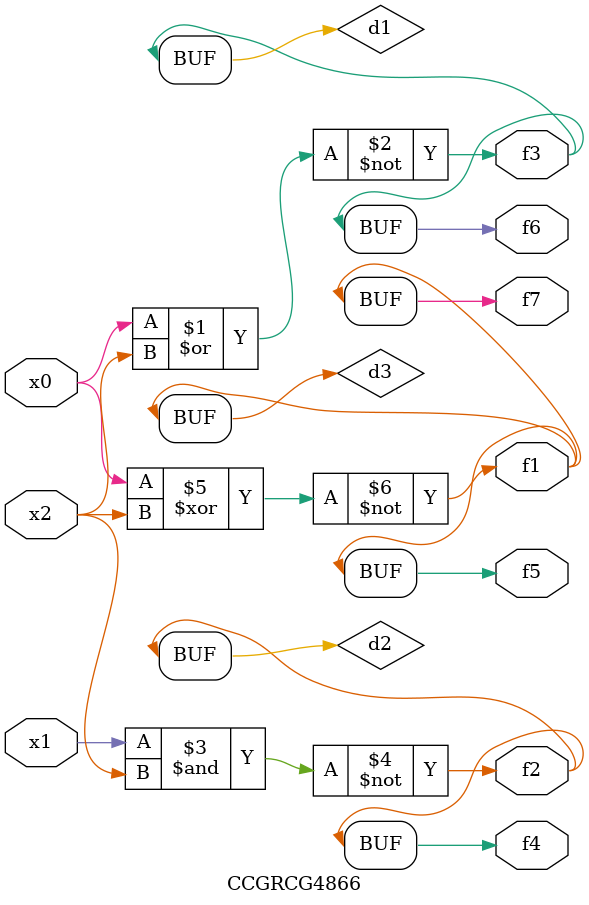
<source format=v>
module CCGRCG4866(
	input x0, x1, x2,
	output f1, f2, f3, f4, f5, f6, f7
);

	wire d1, d2, d3;

	nor (d1, x0, x2);
	nand (d2, x1, x2);
	xnor (d3, x0, x2);
	assign f1 = d3;
	assign f2 = d2;
	assign f3 = d1;
	assign f4 = d2;
	assign f5 = d3;
	assign f6 = d1;
	assign f7 = d3;
endmodule

</source>
